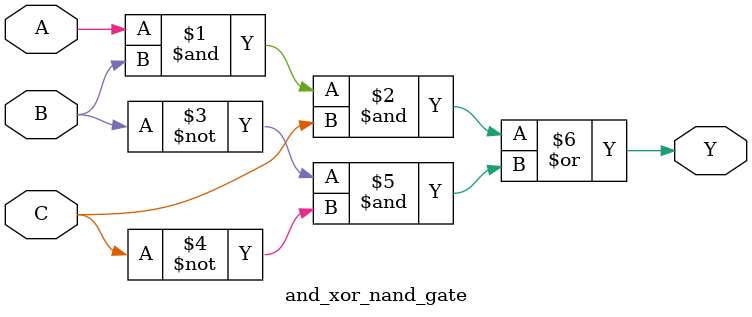
<source format=sv>
module and_xor_nand_gate (
    input wire A, B, C,
    output wire Y
);
    // 直接实现组合逻辑而不使用中间信号
    // 原始逻辑: Y = (A & B) ^ (~(C & A))
    // 简化为: Y = (A & B) ^ (~C | ~A)
    // 进一步简化为: Y = (A & B & (C & A)) | (~(A & B) & ~(C & A))
    // 最终简化为: Y = (A & B & C) | (~B & ~C)
    assign Y = (A & B & C) | (~B & ~C);
endmodule
</source>
